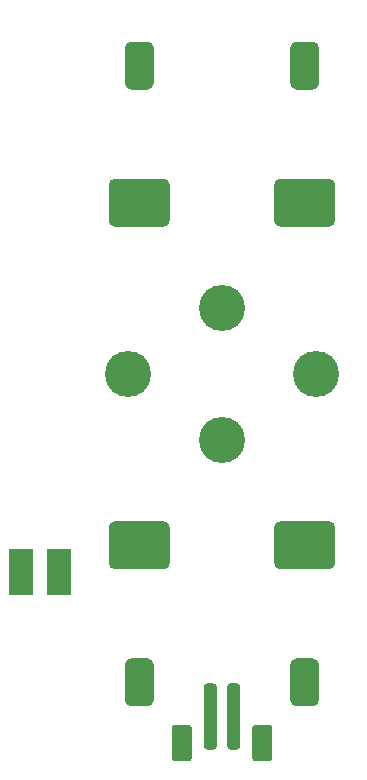
<source format=gts>
%TF.GenerationSoftware,KiCad,Pcbnew,(5.1.6)-1*%
%TF.CreationDate,2020-09-30T11:01:53+04:00*%
%TF.ProjectId,Generic_Node-BatteryHolder,47656e65-7269-4635-9f4e-6f64652d4261,1.0*%
%TF.SameCoordinates,Original*%
%TF.FileFunction,Soldermask,Top*%
%TF.FilePolarity,Negative*%
%FSLAX46Y46*%
G04 Gerber Fmt 4.6, Leading zero omitted, Abs format (unit mm)*
G04 Created by KiCad (PCBNEW (5.1.6)-1) date 2020-09-30 11:01:53*
%MOMM*%
%LPD*%
G01*
G04 APERTURE LIST*
%ADD10R,2.100000X3.900000*%
%ADD11C,3.810000*%
%ADD12C,3.910000*%
G04 APERTURE END LIST*
%TO.C,J1*%
G36*
G01*
X147450000Y-127965625D02*
X147450000Y-130534375D01*
G75*
G02*
X147184375Y-130800000I-265625J0D01*
G01*
X146015625Y-130800000D01*
G75*
G02*
X145750000Y-130534375I0J265625D01*
G01*
X145750000Y-127965625D01*
G75*
G02*
X146015625Y-127700000I265625J0D01*
G01*
X147184375Y-127700000D01*
G75*
G02*
X147450000Y-127965625I0J-265625D01*
G01*
G37*
G36*
G01*
X154250000Y-127965625D02*
X154250000Y-130534375D01*
G75*
G02*
X153984375Y-130800000I-265625J0D01*
G01*
X152815625Y-130800000D01*
G75*
G02*
X152550000Y-130534375I0J265625D01*
G01*
X152550000Y-127965625D01*
G75*
G02*
X152815625Y-127700000I265625J0D01*
G01*
X153984375Y-127700000D01*
G75*
G02*
X154250000Y-127965625I0J-265625D01*
G01*
G37*
G36*
G01*
X149550000Y-124475000D02*
X149550000Y-129525000D01*
G75*
G02*
X149275000Y-129800000I-275000J0D01*
G01*
X148725000Y-129800000D01*
G75*
G02*
X148450000Y-129525000I0J275000D01*
G01*
X148450000Y-124475000D01*
G75*
G02*
X148725000Y-124200000I275000J0D01*
G01*
X149275000Y-124200000D01*
G75*
G02*
X149550000Y-124475000I0J-275000D01*
G01*
G37*
G36*
G01*
X151550000Y-124475000D02*
X151550000Y-129525000D01*
G75*
G02*
X151275000Y-129800000I-275000J0D01*
G01*
X150725000Y-129800000D01*
G75*
G02*
X150450000Y-129525000I0J275000D01*
G01*
X150450000Y-124475000D01*
G75*
G02*
X150725000Y-124200000I275000J0D01*
G01*
X151275000Y-124200000D01*
G75*
G02*
X151550000Y-124475000I0J-275000D01*
G01*
G37*
%TD*%
D10*
%TO.C,J3*%
X133000000Y-114800000D03*
%TD*%
%TO.C,J2*%
X136200000Y-114800000D03*
%TD*%
D11*
%TO.C,BTclip1*%
X142062500Y-98000000D03*
X157937500Y-98000000D03*
X150000000Y-103549900D03*
X150000000Y-92450100D03*
D12*
X150000000Y-92450100D03*
X150000000Y-103549900D03*
X142062500Y-98000000D03*
X157937500Y-98000000D03*
%TD*%
%TO.C,BT2*%
G36*
G01*
X143696925Y-73920000D02*
X142303075Y-73920000D01*
G75*
G02*
X141781600Y-73398525I0J521475D01*
G01*
X141781600Y-70379075D01*
G75*
G02*
X142303075Y-69857600I521475J0D01*
G01*
X143696925Y-69857600D01*
G75*
G02*
X144218400Y-70379075I0J-521475D01*
G01*
X144218400Y-73398525D01*
G75*
G02*
X143696925Y-73920000I-521475J0D01*
G01*
G37*
G36*
G01*
X145078440Y-85526600D02*
X140921560Y-85526600D01*
G75*
G02*
X140410000Y-85015040I0J511560D01*
G01*
X140410000Y-81978160D01*
G75*
G02*
X140921560Y-81466600I511560J0D01*
G01*
X145078440Y-81466600D01*
G75*
G02*
X145590000Y-81978160I0J-511560D01*
G01*
X145590000Y-85015040D01*
G75*
G02*
X145078440Y-85526600I-511560J0D01*
G01*
G37*
G36*
G01*
X143696925Y-126142400D02*
X142303075Y-126142400D01*
G75*
G02*
X141781600Y-125620925I0J521475D01*
G01*
X141781600Y-122601475D01*
G75*
G02*
X142303075Y-122080000I521475J0D01*
G01*
X143696925Y-122080000D01*
G75*
G02*
X144218400Y-122601475I0J-521475D01*
G01*
X144218400Y-125620925D01*
G75*
G02*
X143696925Y-126142400I-521475J0D01*
G01*
G37*
G36*
G01*
X145078440Y-114533400D02*
X140921560Y-114533400D01*
G75*
G02*
X140410000Y-114021840I0J511560D01*
G01*
X140410000Y-110984960D01*
G75*
G02*
X140921560Y-110473400I511560J0D01*
G01*
X145078440Y-110473400D01*
G75*
G02*
X145590000Y-110984960I0J-511560D01*
G01*
X145590000Y-114021840D01*
G75*
G02*
X145078440Y-114533400I-511560J0D01*
G01*
G37*
%TD*%
%TO.C,BT1*%
G36*
G01*
X159078440Y-114533400D02*
X154921560Y-114533400D01*
G75*
G02*
X154410000Y-114021840I0J511560D01*
G01*
X154410000Y-110984960D01*
G75*
G02*
X154921560Y-110473400I511560J0D01*
G01*
X159078440Y-110473400D01*
G75*
G02*
X159590000Y-110984960I0J-511560D01*
G01*
X159590000Y-114021840D01*
G75*
G02*
X159078440Y-114533400I-511560J0D01*
G01*
G37*
G36*
G01*
X157696925Y-126142400D02*
X156303075Y-126142400D01*
G75*
G02*
X155781600Y-125620925I0J521475D01*
G01*
X155781600Y-122601475D01*
G75*
G02*
X156303075Y-122080000I521475J0D01*
G01*
X157696925Y-122080000D01*
G75*
G02*
X158218400Y-122601475I0J-521475D01*
G01*
X158218400Y-125620925D01*
G75*
G02*
X157696925Y-126142400I-521475J0D01*
G01*
G37*
G36*
G01*
X159078440Y-85526600D02*
X154921560Y-85526600D01*
G75*
G02*
X154410000Y-85015040I0J511560D01*
G01*
X154410000Y-81978160D01*
G75*
G02*
X154921560Y-81466600I511560J0D01*
G01*
X159078440Y-81466600D01*
G75*
G02*
X159590000Y-81978160I0J-511560D01*
G01*
X159590000Y-85015040D01*
G75*
G02*
X159078440Y-85526600I-511560J0D01*
G01*
G37*
G36*
G01*
X157696925Y-73920000D02*
X156303075Y-73920000D01*
G75*
G02*
X155781600Y-73398525I0J521475D01*
G01*
X155781600Y-70379075D01*
G75*
G02*
X156303075Y-69857600I521475J0D01*
G01*
X157696925Y-69857600D01*
G75*
G02*
X158218400Y-70379075I0J-521475D01*
G01*
X158218400Y-73398525D01*
G75*
G02*
X157696925Y-73920000I-521475J0D01*
G01*
G37*
%TD*%
M02*

</source>
